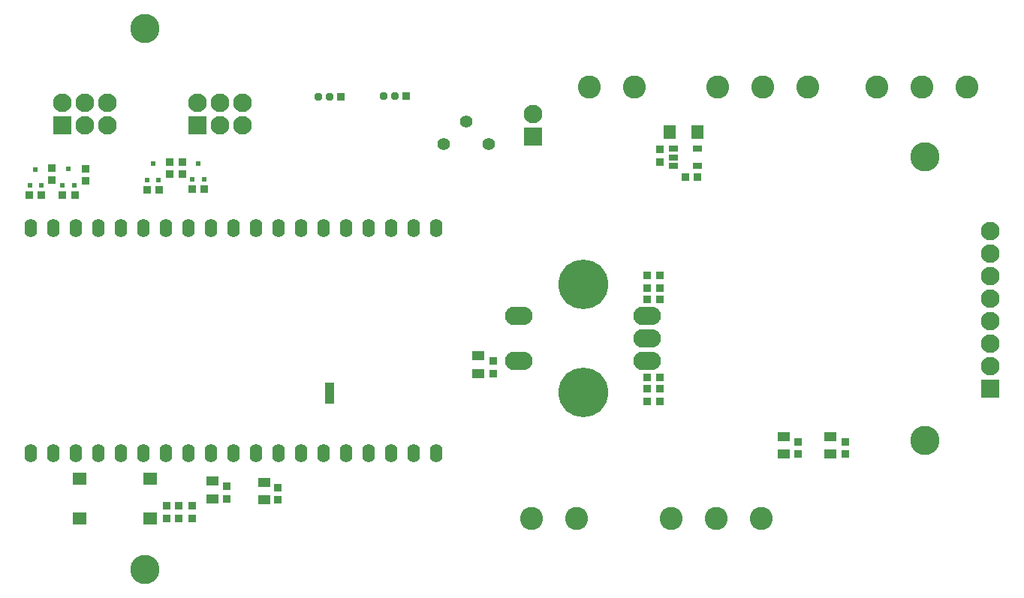
<source format=gts>
G04*
G04 #@! TF.GenerationSoftware,Altium Limited,Altium Designer,24.3.1 (35)*
G04*
G04 Layer_Color=8388736*
%FSLAX25Y25*%
%MOIN*%
G70*
G04*
G04 #@! TF.SameCoordinates,5149264C-F6EF-45E8-801D-D6D5ED924B73*
G04*
G04*
G04 #@! TF.FilePolarity,Negative*
G04*
G01*
G75*
%ADD21R,0.04228X0.09744*%
%ADD22R,0.03543X0.03543*%
%ADD23R,0.05315X0.04331*%
%ADD24R,0.03543X0.03543*%
%ADD25R,0.04134X0.02756*%
%ADD26R,0.05512X0.06299*%
%ADD27R,0.02362X0.02362*%
%ADD28R,0.06496X0.05512*%
%ADD29C,0.08268*%
%ADD30R,0.08268X0.08268*%
%ADD31R,0.08268X0.08268*%
%ADD32C,0.05512*%
%ADD33C,0.03740*%
%ADD34R,0.03740X0.03740*%
%ADD35C,0.10236*%
%ADD36C,0.22047*%
%ADD37O,0.12205X0.08268*%
%ADD38O,0.05512X0.08268*%
%ADD39C,0.12992*%
D21*
X146846Y-41939D02*
D03*
D22*
X80039Y-92047D02*
D03*
X80039Y-97559D02*
D03*
X85945Y-97559D02*
D03*
Y-92047D02*
D03*
X124110Y-89386D02*
D03*
Y-83874D02*
D03*
X101299Y-88898D02*
D03*
Y-83386D02*
D03*
X219467Y-33217D02*
D03*
Y-27706D02*
D03*
X355109Y-69014D02*
D03*
Y-63502D02*
D03*
X375945Y-69044D02*
D03*
Y-63532D02*
D03*
X293781Y60921D02*
D03*
Y66433D02*
D03*
X76016Y60890D02*
D03*
X76016Y55378D02*
D03*
X23689Y58154D02*
D03*
Y52642D02*
D03*
X38779Y57874D02*
D03*
Y52363D02*
D03*
X81669Y60922D02*
D03*
Y55410D02*
D03*
X74453Y-92047D02*
D03*
Y-97559D02*
D03*
D23*
X117811Y-81512D02*
D03*
Y-89386D02*
D03*
X95000Y-81024D02*
D03*
Y-88898D02*
D03*
X212914Y-25343D02*
D03*
Y-33217D02*
D03*
X348555Y-61140D02*
D03*
Y-69014D02*
D03*
X369391Y-61170D02*
D03*
Y-69044D02*
D03*
D24*
X288058Y-45521D02*
D03*
X293570D02*
D03*
X293564Y-39997D02*
D03*
X288052Y-39997D02*
D03*
Y-34764D02*
D03*
X293564D02*
D03*
X288052Y-382D02*
D03*
X293564D02*
D03*
X293564Y4879D02*
D03*
X288052D02*
D03*
Y10409D02*
D03*
X293564D02*
D03*
X304842Y53976D02*
D03*
X310354D02*
D03*
X33858Y46063D02*
D03*
X28346D02*
D03*
X19114Y45976D02*
D03*
X13602Y45976D02*
D03*
X91434Y48662D02*
D03*
X85922D02*
D03*
X71315Y48587D02*
D03*
X65803D02*
D03*
D25*
X299684Y66614D02*
D03*
Y62873D02*
D03*
Y59133D02*
D03*
X310314D02*
D03*
Y66614D02*
D03*
D26*
X310315Y74094D02*
D03*
X298119Y74138D02*
D03*
D27*
X30906Y57846D02*
D03*
X33465Y50563D02*
D03*
X28346D02*
D03*
X16358Y57563D02*
D03*
X18917Y50280D02*
D03*
X13799D02*
D03*
X88678Y60249D02*
D03*
X91237Y52965D02*
D03*
X86119D02*
D03*
X68559Y60173D02*
D03*
X71118Y52890D02*
D03*
X66000D02*
D03*
D28*
X67416Y-97559D02*
D03*
X36117D02*
D03*
X67416Y-79754D02*
D03*
X36117Y-79842D02*
D03*
D29*
X88232Y87219D02*
D03*
X98232Y87219D02*
D03*
X108232D02*
D03*
Y77219D02*
D03*
X98232D02*
D03*
X28232Y87219D02*
D03*
X38232D02*
D03*
X48232D02*
D03*
Y77219D02*
D03*
X38232D02*
D03*
X440394Y10158D02*
D03*
Y20157D02*
D03*
Y30236D02*
D03*
Y158D02*
D03*
Y-9921D02*
D03*
Y-19921D02*
D03*
Y-29921D02*
D03*
X237126Y82244D02*
D03*
D30*
X88232Y77219D02*
D03*
X28232D02*
D03*
X237126Y72244D02*
D03*
D31*
X440394Y-39921D02*
D03*
D32*
X197457Y68795D02*
D03*
X217457D02*
D03*
X207457Y78795D02*
D03*
D33*
X171079Y90165D02*
D03*
X176000D02*
D03*
X142102Y89784D02*
D03*
X147024D02*
D03*
D34*
X180921Y90165D02*
D03*
X151945Y89784D02*
D03*
D35*
X298705Y-97685D02*
D03*
X318705D02*
D03*
X338705D02*
D03*
X282413Y93937D02*
D03*
X262413D02*
D03*
X236705Y-97685D02*
D03*
X256705D02*
D03*
X430039Y93937D02*
D03*
X410039D02*
D03*
X390039D02*
D03*
X359449D02*
D03*
X339449D02*
D03*
X319449D02*
D03*
D36*
X259509Y-41608D02*
D03*
Y6463D02*
D03*
D37*
X230966Y-7730D02*
D03*
Y-27415D02*
D03*
X288052Y-17573D02*
D03*
X288052Y-27415D02*
D03*
Y-7730D02*
D03*
D38*
X174244Y31315D02*
D03*
X14205Y-68685D02*
D03*
X24205D02*
D03*
X34205D02*
D03*
X44205D02*
D03*
X54205D02*
D03*
X64205D02*
D03*
X74205D02*
D03*
X84205D02*
D03*
X94205D02*
D03*
X104205D02*
D03*
X114205D02*
D03*
X124205D02*
D03*
X134205D02*
D03*
X144205D02*
D03*
X154205D02*
D03*
X164205D02*
D03*
X174205D02*
D03*
X184205D02*
D03*
X194205D02*
D03*
X194244Y31315D02*
D03*
X184244D02*
D03*
X164244D02*
D03*
X154244D02*
D03*
X144244D02*
D03*
X134244D02*
D03*
X124244D02*
D03*
X114244D02*
D03*
X104244D02*
D03*
X94244D02*
D03*
X84244D02*
D03*
X74244D02*
D03*
X64244D02*
D03*
X54244D02*
D03*
X44244D02*
D03*
X34244D02*
D03*
X24244D02*
D03*
X14244D02*
D03*
D39*
X64961Y120079D02*
D03*
Y-120079D02*
D03*
X411417Y-62992D02*
D03*
Y62992D02*
D03*
M02*

</source>
